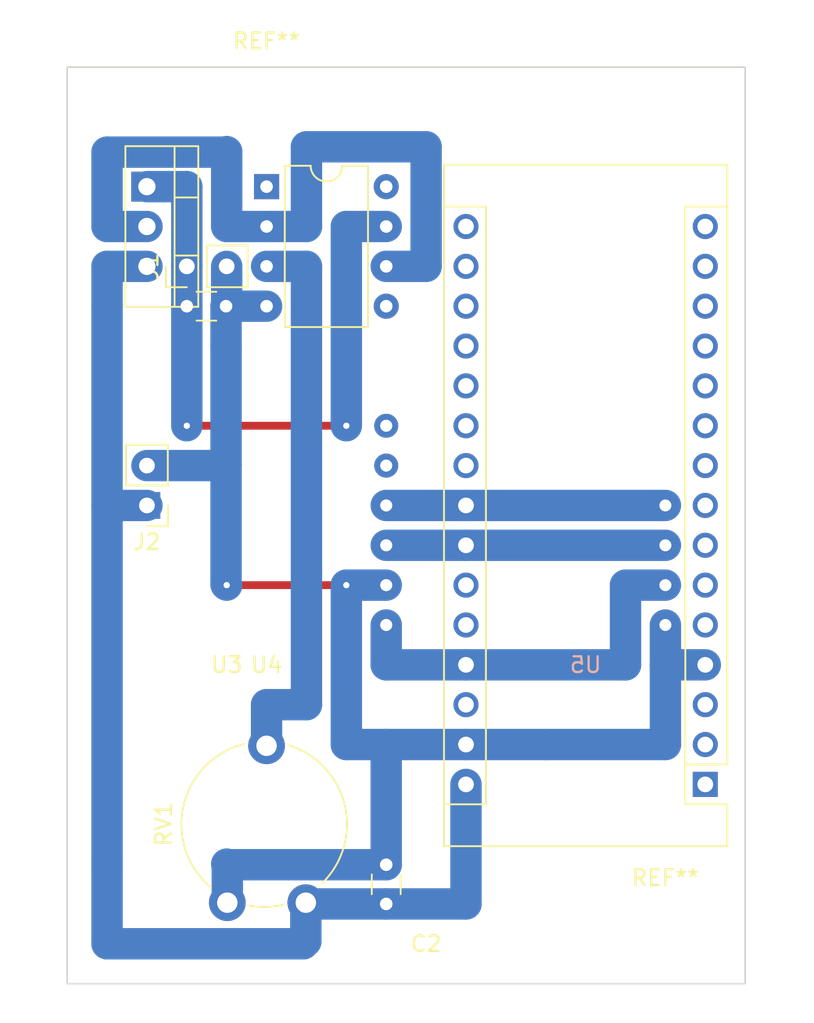
<source format=kicad_pcb>
(kicad_pcb (version 20211014) (generator pcbnew)
  (layers (0 "F.Cu" signal) (31 "B.Cu" signal) (34 "B.Paste" user) (35 "F.Paste" user) (36 "B.SilkS" user "B.Silkscreen") (37 "F.SilkS" user "F.Silkscreen") (38 "B.Mask" user) (39 "F.Mask" user) (44 "Edge.Cuts" user))
  (net 0 "")
  (net 4 "GND")
  (net 23 "/SDA")
  (net 24 "/SCL")
  (net 27 "/P5V")
  (net 29 "+9V")
  (net 30 "+24V")
  (net 31 "Net-(RV1-Pad2)")
  (net 32 "Net-(U1-Pad2)")
  (footprint "MountingHole:MountingHole_3.2mm_M3" (layer "F.Cu") (at 93.98 40.64)
    (fp_text reference "REF**" (at 0 -4.2) (layer "F.SilkS"))
    (fp_text value "MountingHole_3.2mm_M3")
    (pad "" np_thru_hole circle (at 0 0) (size 3.2 3.2) (drill 3.2) (layers *.Cu *.Mask))
  )
  (footprint "pcbLibUSB5V3A:C_Disc_D3.0mm_W1.6mm_P2.50mm" (layer "F.Cu") (at 88.9 53.34)
    (fp_text reference "C1" hide)
    (fp_text value "C")
    (fp_line (start 0.621 -0.92) (end 1.879 -0.92) (layer "F.SilkS") (width 0.12))
    (fp_line (start 0.621 0.92) (end 1.879 0.92) (layer "F.SilkS") (width 0.12))
    (pad "1" thru_hole circle (at 0 0) (size 1.6 1.6) (drill 0.8) (layers *.Cu *.Mask) (net 30 "+24V"))
    (pad "2" thru_hole circle (at 2.5 0) (size 1.6 1.6) (drill 0.8) (layers *.Cu *.Mask) (net 4 "GND"))
  )
  (footprint "pcbLibUSB5V3A:INA219" (layer "F.Cu") (at 101.6 73.66 90)
    (fp_text reference "U4" (at -2.54 -7.62 unlocked) (layer "F.SilkS"))
    (fp_text value "INA219Module")
    (pad "1" thru_hole circle (at 0 0 90) (size 1.524 1.524) (drill 0.762) (layers *.Cu *.Mask) (net 27 "/P5V"))
    (pad "2" thru_hole circle (at 2.54 0 90) (size 1.524 1.524) (drill 0.762) (layers *.Cu *.Mask) (net 4 "GND"))
    (pad "3" thru_hole circle (at 5.08 0 90) (size 1.524 1.524) (drill 0.762) (layers *.Cu *.Mask) (net 24 "/SCL"))
    (pad "4" thru_hole circle (at 7.62 0 90) (size 1.524 1.524) (drill 0.762) (layers *.Cu *.Mask) (net 23 "/SDA"))
    (pad "5" thru_hole circle (at 10.16 0 90) (size 1.524 1.524) (drill 0.762) (layers *.Cu *.Mask))
    (pad "6" thru_hole circle (at 12.7 0 90) (size 1.524 1.524) (drill 0.762) (layers *.Cu *.Mask))
  )
  (footprint "pcbLibUSB5V3A:PinHeader_1x02_P2.54mm_Vertical" (layer "F.Cu") (at 86.36 66.04 180)
    (fp_text reference "J2" (at 0 -2.33) (layer "F.SilkS"))
    (fp_text value "Conn_01x02_Male")
    (fp_line (start -1.33 0) (end -1.33 -1.33) (layer "F.SilkS") (width 0.12))
    (fp_line (start -1.33 3.87) (end 1.33 3.87) (layer "F.SilkS") (width 0.12))
    (fp_line (start -1.33 1.27) (end -1.33 3.87) (layer "F.SilkS") (width 0.12))
    (fp_line (start -1.33 1.27) (end 1.33 1.27) (layer "F.SilkS") (width 0.12))
    (fp_line (start 1.33 1.27) (end 1.33 3.87) (layer "F.SilkS") (width 0.12))
    (fp_line (start -1.33 -1.33) (end 0 -1.33) (layer "F.SilkS") (width 0.12))
    (pad "1" thru_hole rect (at 0 0 180) (size 1.7 1.7) (drill 1) (layers *.Cu *.Mask) (net 29 "+9V"))
    (pad "2" thru_hole oval (at 0 2.54 180) (size 1.7 1.7) (drill 1) (layers *.Cu *.Mask) (net 4 "GND"))
  )
  (footprint "pcbLibUSB5V3A:TO-220-3_Vertical" (layer "F.Cu") (at 86.36 45.72 -90)
    (fp_text reference "U1" hide)
    (fp_text value "LM7805_TO220")
    (fp_line (start -2.58 -3.27) (end -2.58 1.371) (layer "F.SilkS") (width 0.12))
    (fp_line (start -2.58 -1.76) (end 7.66 -1.76) (layer "F.SilkS") (width 0.12))
    (fp_line (start 0.69 -3.27) (end 0.69 -1.76) (layer "F.SilkS") (width 0.12))
    (fp_line (start -2.58 -3.27) (end 7.66 -3.27) (layer "F.SilkS") (width 0.12))
    (fp_line (start 4.391 -3.27) (end 4.391 -1.76) (layer "F.SilkS") (width 0.12))
    (fp_line (start 7.66 -3.27) (end 7.66 1.371) (layer "F.SilkS") (width 0.12))
    (fp_line (start -2.58 1.371) (end 7.66 1.371) (layer "F.SilkS") (width 0.12))
    (pad "1" thru_hole rect (at 0 0 270) (size 1.905 2) (drill 1.1) (layers *.Cu *.Mask) (net 30 "+24V"))
    (pad "2" thru_hole oval (at 2.54 0 270) (size 1.905 2) (drill 1.1) (layers *.Cu *.Mask) (net 32 "Net-(U1-Pad2)"))
    (pad "3" thru_hole oval (at 5.08 0 270) (size 1.905 2) (drill 1.1) (layers *.Cu *.Mask) (net 29 "+9V"))
  )
  (footprint "pcbLibUSB5V3A:DIP-8_W7.62mm" (layer "F.Cu") (at 93.98 45.72)
    (fp_text reference "U2" hide)
    (fp_text value "LM741")
    (fp_line (start 6.46 -1.33) (end 4.81 -1.33) (layer "F.SilkS") (width 0.12))
    (fp_line (start 2.81 -1.33) (end 1.16 -1.33) (layer "F.SilkS") (width 0.12))
    (fp_line (start 1.16 8.95) (end 6.46 8.95) (layer "F.SilkS") (width 0.12))
    (fp_line (start 6.46 8.95) (end 6.46 -1.33) (layer "F.SilkS") (width 0.12))
    (fp_line (start 1.16 -1.33) (end 1.16 8.95) (layer "F.SilkS") (width 0.12))
    (fp_arc (start 4.81 -1.33) (mid 3.81 -0.33) (end 2.81 -1.33) (layer "F.SilkS") (width 0.12))
    (pad "1" thru_hole rect (at 0 0) (size 1.6 1.6) (drill 0.8) (layers *.Cu *.Mask))
    (pad "2" thru_hole oval (at 0 2.54) (size 1.6 1.6) (drill 0.8) (layers *.Cu *.Mask) (net 32 "Net-(U1-Pad2)"))
    (pad "3" thru_hole oval (at 0 5.08) (size 1.6 1.6) (drill 0.8) (layers *.Cu *.Mask) (net 31 "Net-(RV1-Pad2)"))
    (pad "4" thru_hole oval (at 0 7.62) (size 1.6 1.6) (drill 0.8) (layers *.Cu *.Mask) (net 4 "GND"))
    (pad "5" thru_hole oval (at 7.62 7.62) (size 1.6 1.6) (drill 0.8) (layers *.Cu *.Mask))
    (pad "6" thru_hole oval (at 7.62 5.08) (size 1.6 1.6) (drill 0.8) (layers *.Cu *.Mask) (net 32 "Net-(U1-Pad2)"))
    (pad "7" thru_hole oval (at 7.62 2.54) (size 1.6 1.6) (drill 0.8) (layers *.Cu *.Mask) (net 30 "+24V"))
    (pad "8" thru_hole oval (at 7.62 0) (size 1.6 1.6) (drill 0.8) (layers *.Cu *.Mask))
  )
  (footprint "pcbLibUSB5V3A:INA219" (layer "F.Cu") (at 101.6 73.66 90)
    (fp_text reference "U3" (at -2.54 -10.16 unlocked) (layer "F.SilkS"))
    (fp_text value "INA219Module")
    (pad "1" thru_hole circle (at 0 0 90) (size 1.524 1.524) (drill 0.762) (layers *.Cu *.Mask) (net 27 "/P5V"))
    (pad "2" thru_hole circle (at 2.54 0 90) (size 1.524 1.524) (drill 0.762) (layers *.Cu *.Mask) (net 4 "GND"))
    (pad "3" thru_hole circle (at 5.08 0 90) (size 1.524 1.524) (drill 0.762) (layers *.Cu *.Mask) (net 24 "/SCL"))
    (pad "4" thru_hole circle (at 7.62 0 90) (size 1.524 1.524) (drill 0.762) (layers *.Cu *.Mask) (net 23 "/SDA"))
    (pad "5" thru_hole circle (at 10.16 0 90) (size 1.524 1.524) (drill 0.762) (layers *.Cu *.Mask))
    (pad "6" thru_hole circle (at 12.7 0 90) (size 1.524 1.524) (drill 0.762) (layers *.Cu *.Mask))
  )
  (footprint "MountingHole:MountingHole_3.2mm_M3" (layer "F.Cu") (at 119.38 93.98)
    (fp_text reference "REF**" (at 0 -4.2) (layer "F.SilkS"))
    (fp_text value "MountingHole_3.2mm_M3")
    (pad "" np_thru_hole circle (at 0 0) (size 3.2 3.2) (drill 3.2) (layers *.Cu *.Mask))
  )
  (footprint "pcbLibUSB5V3A:Arduino_Nano" (layer "F.Cu") (at 121.92 83.82 180)
    (fp_text reference "A1" hide)
    (fp_text value "Arduino_Nano_v3.x")
    (fp_line (start 13.97 -1.27) (end 13.97 36.83) (layer "F.SilkS") (width 0.12))
    (fp_line (start 16.64 -3.94) (end -1.4 -3.94) (layer "F.SilkS") (width 0.12))
    (fp_line (start 13.97 36.83) (end 16.64 36.83) (layer "F.SilkS") (width 0.12))
    (fp_line (start 1.27 36.83) (end -1.4 36.83) (layer "F.SilkS") (width 0.12))
    (fp_line (start 1.27 1.27) (end 1.27 -1.27) (layer "F.SilkS") (width 0.12))
    (fp_line (start -1.4 1.27) (end -1.4 39.5) (layer "F.SilkS") (width 0.12))
    (fp_line (start 1.27 1.27) (end 1.27 36.83) (layer "F.SilkS") (width 0.12))
    (fp_line (start -1.4 -3.94) (end -1.4 -1.27) (layer "F.SilkS") (width 0.12))
    (fp_line (start 1.27 1.27) (end -1.4 1.27) (layer "F.SilkS") (width 0.12))
    (fp_line (start 1.27 -1.27) (end -1.4 -1.27) (layer "F.SilkS") (width 0.12))
    (fp_line (start 16.64 39.5) (end 16.64 -3.94) (layer "F.SilkS") (width 0.12))
    (fp_line (start 13.97 -1.27) (end 16.64 -1.27) (layer "F.SilkS") (width 0.12))
    (fp_line (start -1.4 39.5) (end 16.64 39.5) (layer "F.SilkS") (width 0.12))
    (pad "1" thru_hole rect (at 0 0 180) (size 1.6 1.6) (drill 1) (layers *.Cu *.Mask))
    (pad "2" thru_hole oval (at 0 2.54 180) (size 1.6 1.6) (drill 1) (layers *.Cu *.Mask))
    (pad "3" thru_hole oval (at 0 5.08 180) (size 1.6 1.6) (drill 1) (layers *.Cu *.Mask))
    (pad "4" thru_hole oval (at 0 7.62 180) (size 1.6 1.6) (drill 1) (layers *.Cu *.Mask) (net 4 "GND"))
    (pad "5" thru_hole oval (at 0 10.16 180) (size 1.6 1.6) (drill 1) (layers *.Cu *.Mask))
    (pad "6" thru_hole oval (at 0 12.7 180) (size 1.6 1.6) (drill 1) (layers *.Cu *.Mask))
    (pad "7" thru_hole oval (at 0 15.24 180) (size 1.6 1.6) (drill 1) (layers *.Cu *.Mask))
    (pad "8" thru_hole oval (at 0 17.78 180) (size 1.6 1.6) (drill 1) (layers *.Cu *.Mask))
    (pad "9" thru_hole oval (at 0 20.32 180) (size 1.6 1.6) (drill 1) (layers *.Cu *.Mask))
    (pad "10" thru_hole oval (at 0 22.86 180) (size 1.6 1.6) (drill 1) (layers *.Cu *.Mask))
    (pad "11" thru_hole oval (at 0 25.4 180) (size 1.6 1.6) (drill 1) (layers *.Cu *.Mask))
    (pad "12" thru_hole oval (at 0 27.94 180) (size 1.6 1.6) (drill 1) (layers *.Cu *.Mask))
    (pad "13" thru_hole oval (at 0 30.48 180) (size 1.6 1.6) (drill 1) (layers *.Cu *.Mask))
    (pad "14" thru_hole oval (at 0 33.02 180) (size 1.6 1.6) (drill 1) (layers *.Cu *.Mask))
    (pad "15" thru_hole oval (at 0 35.56 180) (size 1.6 1.6) (drill 1) (layers *.Cu *.Mask))
    (pad "16" thru_hole oval (at 15.24 35.56 180) (size 1.6 1.6) (drill 1) (layers *.Cu *.Mask))
    (pad "17" thru_hole oval (at 15.24 33.02 180) (size 1.6 1.6) (drill 1) (layers *.Cu *.Mask))
    (pad "18" thru_hole oval (at 15.24 30.48 180) (size 1.6 1.6) (drill 1) (layers *.Cu *.Mask))
    (pad "19" thru_hole oval (at 15.24 27.94 180) (size 1.6 1.6) (drill 1) (layers *.Cu *.Mask))
    (pad "20" thru_hole oval (at 15.24 25.4 180) (size 1.6 1.6) (drill 1) (layers *.Cu *.Mask))
    (pad "21" thru_hole oval (at 15.24 22.86 180) (size 1.6 1.6) (drill 1) (layers *.Cu *.Mask))
    (pad "22" thru_hole oval (at 15.24 20.32 180) (size 1.6 1.6) (drill 1) (layers *.Cu *.Mask))
    (pad "23" thru_hole oval (at 15.24 17.78 180) (size 1.6 1.6) (drill 1) (layers *.Cu *.Mask) (net 23 "/SDA"))
    (pad "24" thru_hole oval (at 15.24 15.24 180) (size 1.6 1.6) (drill 1) (layers *.Cu *.Mask) (net 24 "/SCL"))
    (pad "25" thru_hole oval (at 15.24 12.7 180) (size 1.6 1.6) (drill 1) (layers *.Cu *.Mask))
    (pad "26" thru_hole oval (at 15.24 10.16 180) (size 1.6 1.6) (drill 1) (layers *.Cu *.Mask))
    (pad "27" thru_hole oval (at 15.24 7.62 180) (size 1.6 1.6) (drill 1) (layers *.Cu *.Mask) (net 27 "/P5V"))
    (pad "28" thru_hole oval (at 15.24 5.08 180) (size 1.6 1.6) (drill 1) (layers *.Cu *.Mask))
    (pad "29" thru_hole oval (at 15.24 2.54 180) (size 1.6 1.6) (drill 1) (layers *.Cu *.Mask) (net 4 "GND"))
    (pad "30" thru_hole oval (at 15.24 0 180) (size 1.6 1.6) (drill 1) (layers *.Cu *.Mask) (net 29 "+9V"))
  )
  (footprint "pcbLibUSB5V3A:PinHeader_1x02_P2.54mm_Vertical" (layer "F.Cu") (at 88.9 50.8 90)
    (fp_text reference "J1" (at 0 -2.33 90) (layer "F.SilkS"))
    (fp_text value "Conn_01x02_Male")
    (fp_line (start -1.33 0) (end -1.33 -1.33) (layer "F.SilkS") (width 0.12))
    (fp_line (start -1.33 -1.33) (end 0 -1.33) (layer "F.SilkS") (width 0.12))
    (fp_line (start -1.33 1.27) (end -1.33 3.87) (layer "F.SilkS") (width 0.12))
    (fp_line (start -1.33 1.27) (end 1.33 1.27) (layer "F.SilkS") (width 0.12))
    (fp_line (start -1.33 3.87) (end 1.33 3.87) (layer "F.SilkS") (width 0.12))
    (fp_line (start 1.33 1.27) (end 1.33 3.87) (layer "F.SilkS") (width 0.12))
    (pad "1" thru_hole rect (at 0 0 90) (size 1.7 1.7) (drill 1) (layers *.Cu *.Mask) (net 30 "+24V"))
    (pad "2" thru_hole oval (at 0 2.54 90) (size 1.7 1.7) (drill 1) (layers *.Cu *.Mask) (net 4 "GND"))
  )
  (footprint "pcbLibUSB5V3A:C_Disc_D3.0mm_W1.6mm_P2.50mm" (layer "F.Cu") (at 101.6 91.44 90)
    (fp_text reference "C2" (at -2.54 2.54 180) (layer "F.SilkS"))
    (fp_text value "C")
    (fp_line (start 0.621 -0.92) (end 1.879 -0.92) (layer "F.SilkS") (width 0.12))
    (fp_line (start 0.621 0.92) (end 1.879 0.92) (layer "F.SilkS") (width 0.12))
    (pad "1" thru_hole circle (at 0 0 90) (size 1.6 1.6) (drill 0.8) (layers *.Cu *.Mask) (net 29 "+9V"))
    (pad "2" thru_hole circle (at 2.5 0 90) (size 1.6 1.6) (drill 0.8) (layers *.Cu *.Mask) (net 4 "GND"))
  )
  (footprint "pcbLibUSB5V3A:Potentiometer_Piher_PT-10-V10_Vertical" (layer "F.Cu") (at 96.48 91.36 90)
    (fp_text reference "RV1" (at 5 -9.05 90) (layer "F.SilkS"))
    (fp_text value "10k")
    (fp_arc (start 0.963379 -6.038474) (mid 6.186565 -7.784991) (end 10.114 -3.924) (layer "F.SilkS") (width 0.12))
    (fp_arc (start 10.039726 -1.109201) (mid 8.134716 1.586326) (end 5 2.62) (layer "F.SilkS") (width 0.12))
    (fp_arc (start 5.09203 2.619358) (mid 2.983245 2.219015) (end 1.209 1.011) (layer "F.SilkS") (width 0.12))
    (fp_arc (start -0.11439 -1.375119) (mid -0.269093 -2.512295) (end -0.174 -3.656) (layer "F.SilkS") (width 0.12))
    (pad "1" thru_hole circle (at 0 0 90) (size 2.34 2.34) (drill 1.3) (layers *.Cu *.Mask) (net 29 "+9V"))
    (pad "2" thru_hole circle (at 10 -2.5 90) (size 2.34 2.34) (drill 1.3) (layers *.Cu *.Mask) (net 31 "Net-(RV1-Pad2)"))
    (pad "3" thru_hole circle (at 0 -5 90) (size 2.34 2.34) (drill 1.3) (layers *.Cu *.Mask) (net 4 "GND"))
  )
  (footprint "pcbLibUSB5V3A:OLED128x32" (layer "B.Cu") (at 119.38 66.04 180)
    (fp_text reference "U5" (at 5.08 -10.16 unlocked) (layer "B.SilkS") (effects (justify mirror)))
    (fp_text value "OLED128x32")
    (pad "1" thru_hole circle (at 0 0 180) (size 1.524 1.524) (drill 0.762) (layers *.Cu *.Mask) (net 23 "/SDA"))
    (pad "2" thru_hole circle (at 0 -2.54 180) (size 1.524 1.524) (drill 0.762) (layers *.Cu *.Mask) (net 24 "/SCL"))
    (pad "3" thru_hole circle (at 0 -5.08 180) (size 1.524 1.524) (drill 0.762) (layers *.Cu *.Mask) (net 27 "/P5V"))
    (pad "4" thru_hole circle (at 0 -7.62 180) (size 1.524 1.524) (drill 0.762) (layers *.Cu *.Mask) (net 4 "GND"))
  )
  (gr_rect (start 81.28 38.1) (end 124.46 96.52) (layer "Edge.Cuts") (width 0.1) (fill none))
  (gr_text "GND" (at 91.44 54.864) (layer "F.Cu") (effects (font (size 0.5 0.5) (thickness 0.1))))
  (gr_text "GND" (at 83.566 62.611) (layer "F.Cu") (effects (font (size 0.5 0.5) (thickness 0.1))))
  (segment (start 99.06 71.12) (end 91.44 71.12) (width 0.5) (layer "F.Cu") (net 4))
  (via (at 91.44 71.12) (size 0.8) (drill 0.4) (layers "F.Cu" "B.Cu") (net 4))
  (via (at 99.06 71.12) (size 0.8) (drill 0.4) (layers "F.Cu" "B.Cu") (net 4))
  (segment (start 119.38 81.28) (end 111.76 81.28) (width 2) (layer "B.Cu") (net 4))
  (segment (start 91.44 50.8) (end 91.44 53.3) (width 2) (layer "B.Cu") (net 4))
  (segment (start 121.92 76.2) (end 119.38 76.2) (width 2) (layer "B.Cu") (net 4))
  (segment (start 91.48 88.94) (end 91.48 91.36) (width 2) (layer "B.Cu") (net 4))
  (segment (start 93.98 53.34) (end 91.4 53.34) (width 2) (layer "B.Cu") (net 4))
  (segment (start 86.36 63.5) (end 91.36 63.5) (width 2) (layer "B.Cu") (net 4))
  (segment (start 106.68 81.28) (end 111.76 81.28) (width 2) (layer "B.Cu") (net 4))
  (segment (start 101.6 71.12) (end 99.06 71.12) (width 2) (layer "B.Cu") (net 4))
  (segment (start 91.4 55.92) (end 91.4 63.46) (width 2) (layer "B.Cu") (net 4))
  (segment (start 101.6 88.94) (end 101.6 81.28) (width 2) (layer "B.Cu") (net 4))
  (segment (start 91.48 88.94) (end 101.6 88.94) (width 2) (layer "B.Cu") (net 4))
  (segment (start 91.4 63.46) (end 91.4 71.08) (width 2) (layer "B.Cu") (net 4))
  (segment (start 99.06 81.28) (end 101.6 81.28) (width 2) (layer "B.Cu") (net 4))
  (segment (start 99.06 71.12) (end 99.06 81.28) (width 2) (layer "B.Cu") (net 4))
  (segment (start 101.6 81.28) (end 106.68 81.28) (width 2) (layer "B.Cu") (net 4))
  (segment (start 91.4 71.08) (end 91.44 71.12) (width 2) (layer "B.Cu") (net 4))
  (segment (start 91.48 88.94) (end 91.44 88.9) (width 2) (layer "B.Cu") (net 4))
  (segment (start 119.38 73.66) (end 119.38 76.2) (width 2) (layer "B.Cu") (net 4))
  (segment (start 91.44 53.3) (end 91.4 53.34) (width 2) (layer "B.Cu") (net 4))
  (segment (start 91.4 53.34) (end 91.4 55.92) (width 2) (layer "B.Cu") (net 4))
  (segment (start 119.38 76.2) (end 119.38 81.28) (width 2) (layer "B.Cu") (net 4))
  (segment (start 91.36 63.5) (end 91.4 63.46) (width 2) (layer "B.Cu") (net 4))
  (segment (start 106.68 66.04) (end 101.6 66.04) (width 2) (layer "B.Cu") (net 23))
  (segment (start 119.38 66.04) (end 106.68 66.04) (width 2) (layer "B.Cu") (net 23))
  (segment (start 106.68 68.58) (end 101.6 68.58) (width 2) (layer "B.Cu") (net 24))
  (segment (start 119.38 68.58) (end 106.68 68.58) (width 2) (layer "B.Cu") (net 24))
  (segment (start 101.6 76.2) (end 106.68 76.2) (width 2) (layer "B.Cu") (net 27))
  (segment (start 101.6 73.66) (end 101.6 76.2) (width 2) (layer "B.Cu") (net 27))
  (segment (start 106.68 76.2) (end 116.84 76.2) (width 2) (layer "B.Cu") (net 27))
  (segment (start 116.84 76.2) (end 116.84 71.12) (width 2) (layer "B.Cu") (net 27))
  (segment (start 116.84 71.12) (end 119.38 71.12) (width 2) (layer "B.Cu") (net 27))
  (segment (start 83.82 93.98) (end 96.32 93.98) (width 2) (layer "B.Cu") (net 29))
  (segment (start 101.6 91.44) (end 96.56 91.44) (width 2) (layer "B.Cu") (net 29))
  (segment (start 96.32 93.98) (end 96.48 93.82) (width 2) (layer "B.Cu") (net 29))
  (segment (start 96.56 91.44) (end 96.48 91.36) (width 2) (layer "B.Cu") (net 29))
  (segment (start 106.68 83.82) (end 106.68 91.44) (width 2) (layer "B.Cu") (net 29))
  (segment (start 83.82 53.34) (end 83.82 66.04) (width 2) (layer "B.Cu") (net 29))
  (segment (start 86.36 66.04) (end 83.82 66.04) (width 2) (layer "B.Cu") (net 29))
  (segment (start 83.82 66.04) (end 83.82 88.9) (width 2) (layer "B.Cu") (net 29))
  (segment (start 96.48 93.82) (end 96.48 91.36) (width 2) (layer "B.Cu") (net 29))
  (segment (start 83.82 88.9) (end 83.82 93.98) (width 2) (layer "B.Cu") (net 29))
  (segment (start 83.82 50.8) (end 86.36 50.8) (width 2) (layer "B.Cu") (net 29))
  (segment (start 83.82 53.34) (end 83.82 50.8) (width 2) (layer "B.Cu") (net 29))
  (segment (start 101.6 91.44) (end 106.68 91.44) (width 2) (layer "B.Cu") (net 29))
  (segment (start 99.06 60.96) (end 88.9 60.96) (width 0.5) (layer "F.Cu") (net 30))
  (via (at 99.06 60.96) (size 0.8) (drill 0.4) (layers "F.Cu" "B.Cu") (net 30))
  (via (at 88.9 60.96) (size 0.8) (drill 0.4) (layers "F.Cu" "B.Cu") (net 30))
  (segment (start 88.9 60.96) (end 88.9 53.34) (width 2) (layer "B.Cu") (net 30))
  (segment (start 88.9 50.8) (end 88.9 45.72) (width 2) (layer "B.Cu") (net 30))
  (segment (start 88.9 50.8) (end 88.9 53.34) (width 2) (layer "B.Cu") (net 30))
  (segment (start 88.9 45.72) (end 86.36 45.72) (width 2) (layer "B.Cu") (net 30))
  (segment (start 101.6 48.26) (end 99.06 48.26) (width 2) (layer "B.Cu") (net 30))
  (segment (start 99.06 48.26) (end 99.06 60.96) (width 2) (layer "B.Cu") (net 30))
  (segment (start 93.98 50.8) (end 96.52 50.8) (width 2) (layer "B.Cu") (net 31))
  (segment (start 96.52 78.74) (end 93.98 78.74) (width 2) (layer "B.Cu") (net 31))
  (segment (start 96.52 50.8) (end 96.52 78.74) (width 2) (layer "B.Cu") (net 31))
  (segment (start 93.98 81.36) (end 93.98 78.74) (width 2) (layer "B.Cu") (net 31))
  (segment (start 104.14 50.8) (end 101.6 50.8) (width 2) (layer "B.Cu") (net 32))
  (segment (start 91.44 48.26) (end 93.98 48.26) (width 2) (layer "B.Cu") (net 32))
  (segment (start 86.36 48.26) (end 83.82 48.26) (width 2) (layer "B.Cu") (net 32))
  (segment (start 96.52 43.18) (end 104.14 43.18) (width 2) (layer "B.Cu") (net 32))
  (segment (start 93.98 48.26) (end 96.52 48.26) (width 2) (layer "B.Cu") (net 32))
  (segment (start 104.14 43.18) (end 104.14 50.8) (width 2) (layer "B.Cu") (net 32))
  (segment (start 91.409041 43.52048) (end 91.44 43.489521) (width 2) (layer "B.Cu") (net 32))
  (segment (start 91.44 43.489521) (end 91.44 48.26) (width 2) (layer "B.Cu") (net 32))
  (segment (start 83.82 48.26) (end 83.82 43.52048) (width 2) (layer "B.Cu") (net 32))
  (segment (start 96.52 48.26) (end 96.52 43.18) (width 2) (layer "B.Cu") (net 32))
  (segment (start 83.82 43.52048) (end 91.409041 43.52048) (width 2) (layer "B.Cu") (net 32))
)
</source>
